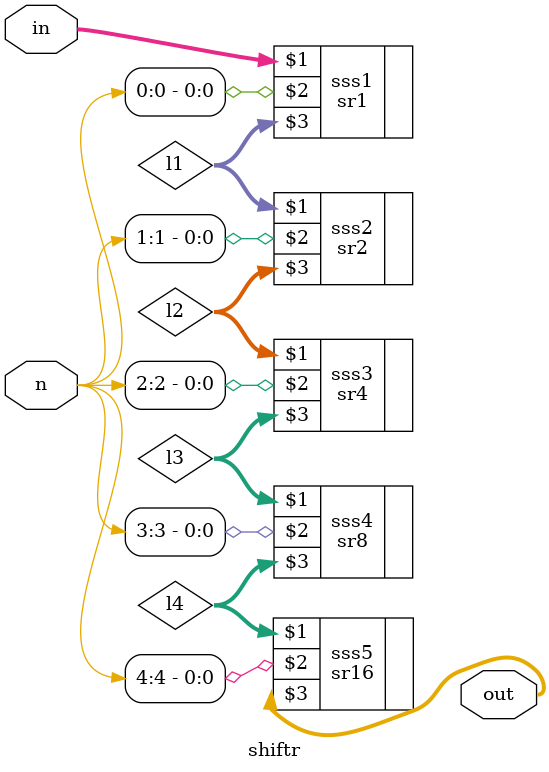
<source format=v>
module shiftr(in,n,out);
input[31:0] in;
input[4:0] n;
output[31:0] out;

wire[31:0] l1;
wire[31:0] l2;
wire[31:0] l3;
wire[31:0] l4;

sr1 sss1(in,n[0],l1);
sr2 sss2(l1,n[1],l2);
sr4 sss3(l2,n[2],l3);
sr8 sss4(l3,n[3],l4);
sr16 sss5(l4,n[4],out);
endmodule

</source>
